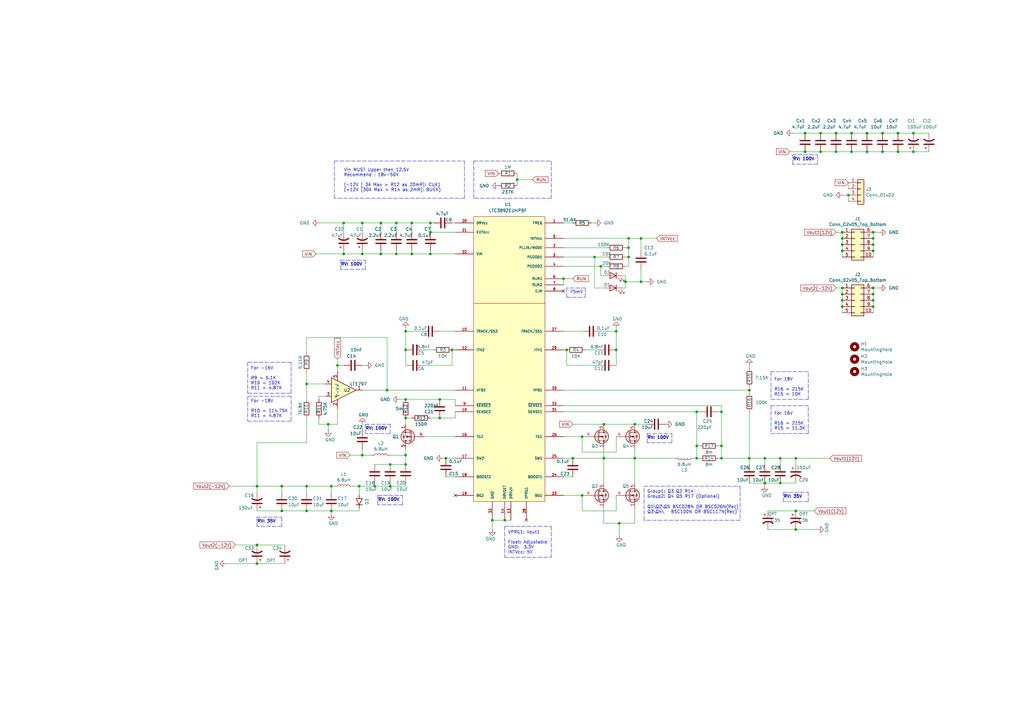
<source format=kicad_sch>
(kicad_sch (version 20210621) (generator eeschema)
  (paper "A3")
  (junction (at 105.41 199.39))
  (junction (at 105.41 223.52))
  (junction (at 105.41 231.14))
  (junction (at 115.57 199.39))
  (junction (at 115.57 209.55))
  (junction (at 125.73 157.48))
  (junction (at 125.73 199.39))
  (junction (at 125.73 209.55))
  (junction (at 134.62 173.99))
  (junction (at 135.89 199.39))
  (junction (at 135.89 209.55))
  (junction (at 138.43 149.86))
  (junction (at 140.97 91.44))
  (junction (at 140.97 104.14))
  (junction (at 147.32 199.39))
  (junction (at 148.59 91.44))
  (junction (at 148.59 104.14))
  (junction (at 148.59 186.69))
  (junction (at 153.67 199.39))
  (junction (at 156.21 91.44))
  (junction (at 156.21 104.14))
  (junction (at 158.75 160.02))
  (junction (at 160.02 190.5))
  (junction (at 160.02 199.39))
  (junction (at 162.56 91.44))
  (junction (at 162.56 104.14))
  (junction (at 166.37 135.89))
  (junction (at 166.37 143.51))
  (junction (at 166.37 163.83))
  (junction (at 166.37 171.45))
  (junction (at 166.37 186.69))
  (junction (at 166.37 190.5))
  (junction (at 168.91 91.44))
  (junction (at 168.91 104.14))
  (junction (at 176.53 91.44))
  (junction (at 176.53 95.25))
  (junction (at 176.53 104.14))
  (junction (at 180.34 163.83))
  (junction (at 180.34 171.45))
  (junction (at 182.88 187.96))
  (junction (at 185.42 143.51))
  (junction (at 201.93 213.36))
  (junction (at 207.01 213.36))
  (junction (at 212.09 73.66))
  (junction (at 231.14 114.3))
  (junction (at 232.41 143.51))
  (junction (at 234.95 187.96))
  (junction (at 238.76 179.07))
  (junction (at 238.76 203.2))
  (junction (at 243.84 105.41))
  (junction (at 246.38 109.22))
  (junction (at 247.65 173.99))
  (junction (at 247.65 187.96))
  (junction (at 252.73 135.89))
  (junction (at 252.73 143.51))
  (junction (at 254 214.63))
  (junction (at 256.54 115.57))
  (junction (at 257.81 97.79))
  (junction (at 257.81 101.6))
  (junction (at 257.81 105.41))
  (junction (at 260.35 173.99))
  (junction (at 260.35 187.96))
  (junction (at 262.89 97.79))
  (junction (at 262.89 115.57))
  (junction (at 285.75 168.91))
  (junction (at 285.75 182.88))
  (junction (at 285.75 187.96))
  (junction (at 295.91 168.91))
  (junction (at 295.91 182.88))
  (junction (at 295.91 187.96))
  (junction (at 307.34 160.02))
  (junction (at 307.34 187.96))
  (junction (at 313.69 187.96))
  (junction (at 313.69 198.12))
  (junction (at 320.04 187.96))
  (junction (at 320.04 198.12))
  (junction (at 326.39 187.96))
  (junction (at 326.39 209.55))
  (junction (at 326.39 217.17))
  (junction (at 330.2 54.61))
  (junction (at 330.2 62.23))
  (junction (at 336.55 54.61))
  (junction (at 336.55 62.23))
  (junction (at 342.9 54.61))
  (junction (at 342.9 62.23))
  (junction (at 345.44 95.25))
  (junction (at 345.44 97.79))
  (junction (at 345.44 100.33))
  (junction (at 345.44 102.87))
  (junction (at 345.44 118.11))
  (junction (at 345.44 120.65))
  (junction (at 345.44 123.19))
  (junction (at 345.44 125.73))
  (junction (at 347.98 80.01))
  (junction (at 349.25 54.61))
  (junction (at 349.25 62.23))
  (junction (at 355.6 54.61))
  (junction (at 355.6 62.23))
  (junction (at 358.14 95.25))
  (junction (at 358.14 97.79))
  (junction (at 358.14 100.33))
  (junction (at 358.14 102.87))
  (junction (at 358.14 118.11))
  (junction (at 358.14 120.65))
  (junction (at 358.14 123.19))
  (junction (at 358.14 125.73))
  (junction (at 361.95 54.61))
  (junction (at 361.95 62.23))
  (junction (at 368.3 54.61))
  (junction (at 368.3 62.23))
  (junction (at 374.65 54.61))
  (junction (at 374.65 62.23))
  (no_connect (at 186.69 203.2))
  (no_connect (at 215.9 213.36))
  (no_connect (at 231.14 119.38))
  (wire (pts (xy 92.71 231.14) (xy 105.41 231.14)))
  (wire (pts (xy 93.98 199.39) (xy 105.41 199.39)))
  (wire (pts (xy 105.41 181.61) (xy 105.41 199.39)))
  (wire (pts (xy 105.41 199.39) (xy 105.41 201.93)))
  (wire (pts (xy 105.41 199.39) (xy 115.57 199.39)))
  (wire (pts (xy 105.41 209.55) (xy 115.57 209.55)))
  (wire (pts (xy 105.41 223.52) (xy 96.52 223.52)))
  (wire (pts (xy 105.41 223.52) (xy 116.84 223.52)))
  (wire (pts (xy 105.41 231.14) (xy 116.84 231.14)))
  (wire (pts (xy 115.57 199.39) (xy 125.73 199.39)))
  (wire (pts (xy 115.57 201.93) (xy 115.57 199.39)))
  (wire (pts (xy 115.57 209.55) (xy 125.73 209.55)))
  (wire (pts (xy 125.73 138.43) (xy 125.73 144.78)))
  (wire (pts (xy 125.73 152.4) (xy 125.73 157.48)))
  (wire (pts (xy 125.73 157.48) (xy 125.73 163.83)))
  (wire (pts (xy 125.73 171.45) (xy 125.73 181.61)))
  (wire (pts (xy 125.73 181.61) (xy 105.41 181.61)))
  (wire (pts (xy 125.73 199.39) (xy 135.89 199.39)))
  (wire (pts (xy 125.73 201.93) (xy 125.73 199.39)))
  (wire (pts (xy 125.73 209.55) (xy 135.89 209.55)))
  (wire (pts (xy 129.54 104.14) (xy 140.97 104.14)))
  (wire (pts (xy 130.81 91.44) (xy 140.97 91.44)))
  (wire (pts (xy 130.81 162.56) (xy 133.35 162.56)))
  (wire (pts (xy 130.81 163.83) (xy 130.81 162.56)))
  (wire (pts (xy 130.81 171.45) (xy 130.81 173.99)))
  (wire (pts (xy 130.81 173.99) (xy 134.62 173.99)))
  (wire (pts (xy 133.35 157.48) (xy 125.73 157.48)))
  (wire (pts (xy 134.62 173.99) (xy 134.62 176.53)))
  (wire (pts (xy 135.89 199.39) (xy 135.89 201.93)))
  (wire (pts (xy 135.89 209.55) (xy 135.89 210.82)))
  (wire (pts (xy 135.89 209.55) (xy 147.32 209.55)))
  (wire (pts (xy 137.16 199.39) (xy 135.89 199.39)))
  (wire (pts (xy 138.43 149.86) (xy 138.43 147.32)))
  (wire (pts (xy 138.43 152.4) (xy 138.43 149.86)))
  (wire (pts (xy 138.43 173.99) (xy 134.62 173.99)))
  (wire (pts (xy 138.43 173.99) (xy 138.43 167.64)))
  (wire (pts (xy 140.97 91.44) (xy 148.59 91.44)))
  (wire (pts (xy 140.97 95.25) (xy 140.97 91.44)))
  (wire (pts (xy 140.97 102.87) (xy 140.97 104.14)))
  (wire (pts (xy 140.97 104.14) (xy 148.59 104.14)))
  (wire (pts (xy 140.97 149.86) (xy 138.43 149.86)))
  (wire (pts (xy 147.32 199.39) (xy 144.78 199.39)))
  (wire (pts (xy 147.32 203.2) (xy 147.32 199.39)))
  (wire (pts (xy 147.32 208.28) (xy 147.32 209.55)))
  (wire (pts (xy 148.59 91.44) (xy 156.21 91.44)))
  (wire (pts (xy 148.59 95.25) (xy 148.59 91.44)))
  (wire (pts (xy 148.59 102.87) (xy 148.59 104.14)))
  (wire (pts (xy 148.59 104.14) (xy 156.21 104.14)))
  (wire (pts (xy 148.59 149.86) (xy 149.86 149.86)))
  (wire (pts (xy 148.59 176.53) (xy 148.59 173.99)))
  (wire (pts (xy 148.59 184.15) (xy 148.59 186.69)))
  (wire (pts (xy 148.59 186.69) (xy 143.51 186.69)))
  (wire (pts (xy 152.4 186.69) (xy 148.59 186.69)))
  (wire (pts (xy 153.67 190.5) (xy 160.02 190.5)))
  (wire (pts (xy 153.67 198.12) (xy 153.67 199.39)))
  (wire (pts (xy 153.67 199.39) (xy 147.32 199.39)))
  (wire (pts (xy 156.21 91.44) (xy 162.56 91.44)))
  (wire (pts (xy 156.21 95.25) (xy 156.21 91.44)))
  (wire (pts (xy 156.21 102.87) (xy 156.21 104.14)))
  (wire (pts (xy 156.21 104.14) (xy 162.56 104.14)))
  (wire (pts (xy 158.75 138.43) (xy 125.73 138.43)))
  (wire (pts (xy 158.75 160.02) (xy 148.59 160.02)))
  (wire (pts (xy 158.75 160.02) (xy 158.75 138.43)))
  (wire (pts (xy 160.02 186.69) (xy 166.37 186.69)))
  (wire (pts (xy 160.02 190.5) (xy 166.37 190.5)))
  (wire (pts (xy 160.02 198.12) (xy 160.02 199.39)))
  (wire (pts (xy 160.02 199.39) (xy 153.67 199.39)))
  (wire (pts (xy 162.56 91.44) (xy 168.91 91.44)))
  (wire (pts (xy 162.56 95.25) (xy 162.56 91.44)))
  (wire (pts (xy 162.56 102.87) (xy 162.56 104.14)))
  (wire (pts (xy 162.56 104.14) (xy 168.91 104.14)))
  (wire (pts (xy 166.37 134.62) (xy 166.37 135.89)))
  (wire (pts (xy 166.37 135.89) (xy 172.72 135.89)))
  (wire (pts (xy 166.37 143.51) (xy 166.37 135.89)))
  (wire (pts (xy 166.37 149.86) (xy 166.37 143.51)))
  (wire (pts (xy 166.37 163.83) (xy 163.83 163.83)))
  (wire (pts (xy 166.37 171.45) (xy 166.37 173.99)))
  (wire (pts (xy 166.37 184.15) (xy 166.37 186.69)))
  (wire (pts (xy 166.37 186.69) (xy 166.37 190.5)))
  (wire (pts (xy 166.37 198.12) (xy 166.37 199.39)))
  (wire (pts (xy 166.37 199.39) (xy 160.02 199.39)))
  (wire (pts (xy 168.91 91.44) (xy 176.53 91.44)))
  (wire (pts (xy 168.91 95.25) (xy 168.91 91.44)))
  (wire (pts (xy 168.91 102.87) (xy 168.91 104.14)))
  (wire (pts (xy 168.91 104.14) (xy 176.53 104.14)))
  (wire (pts (xy 168.91 171.45) (xy 166.37 171.45)))
  (wire (pts (xy 176.53 91.44) (xy 177.8 91.44)))
  (wire (pts (xy 176.53 95.25) (xy 176.53 91.44)))
  (wire (pts (xy 176.53 95.25) (xy 186.69 95.25)))
  (wire (pts (xy 176.53 102.87) (xy 176.53 104.14)))
  (wire (pts (xy 177.8 143.51) (xy 173.99 143.51)))
  (wire (pts (xy 180.34 135.89) (xy 186.69 135.89)))
  (wire (pts (xy 180.34 163.83) (xy 166.37 163.83)))
  (wire (pts (xy 180.34 163.83) (xy 186.69 163.83)))
  (wire (pts (xy 180.34 171.45) (xy 176.53 171.45)))
  (wire (pts (xy 180.34 171.45) (xy 186.69 171.45)))
  (wire (pts (xy 181.61 187.96) (xy 182.88 187.96)))
  (wire (pts (xy 182.88 187.96) (xy 186.69 187.96)))
  (wire (pts (xy 185.42 143.51) (xy 185.42 149.86)))
  (wire (pts (xy 185.42 143.51) (xy 186.69 143.51)))
  (wire (pts (xy 185.42 149.86) (xy 173.99 149.86)))
  (wire (pts (xy 186.69 91.44) (xy 185.42 91.44)))
  (wire (pts (xy 186.69 104.14) (xy 176.53 104.14)))
  (wire (pts (xy 186.69 160.02) (xy 158.75 160.02)))
  (wire (pts (xy 186.69 163.83) (xy 186.69 166.37)))
  (wire (pts (xy 186.69 171.45) (xy 186.69 168.91)))
  (wire (pts (xy 186.69 179.07) (xy 173.99 179.07)))
  (wire (pts (xy 186.69 195.58) (xy 182.88 195.58)))
  (wire (pts (xy 201.93 213.36) (xy 201.93 217.17)))
  (wire (pts (xy 207.01 213.36) (xy 201.93 213.36)))
  (wire (pts (xy 209.55 213.36) (xy 207.01 213.36)))
  (wire (pts (xy 212.09 71.12) (xy 212.09 73.66)))
  (wire (pts (xy 212.09 73.66) (xy 212.09 76.2)))
  (wire (pts (xy 212.09 73.66) (xy 218.44 73.66)))
  (wire (pts (xy 231.14 97.79) (xy 257.81 97.79)))
  (wire (pts (xy 231.14 105.41) (xy 243.84 105.41)))
  (wire (pts (xy 231.14 109.22) (xy 246.38 109.22)))
  (wire (pts (xy 231.14 114.3) (xy 234.95 114.3)))
  (wire (pts (xy 231.14 116.84) (xy 231.14 114.3)))
  (wire (pts (xy 231.14 160.02) (xy 307.34 160.02)))
  (wire (pts (xy 231.14 166.37) (xy 295.91 166.37)))
  (wire (pts (xy 231.14 168.91) (xy 285.75 168.91)))
  (wire (pts (xy 231.14 195.58) (xy 234.95 195.58)))
  (wire (pts (xy 232.41 143.51) (xy 231.14 143.51)))
  (wire (pts (xy 232.41 143.51) (xy 232.41 149.86)))
  (wire (pts (xy 232.41 149.86) (xy 245.11 149.86)))
  (wire (pts (xy 234.95 91.44) (xy 231.14 91.44)))
  (wire (pts (xy 234.95 173.99) (xy 247.65 173.99)))
  (wire (pts (xy 234.95 187.96) (xy 231.14 187.96)))
  (wire (pts (xy 234.95 187.96) (xy 247.65 187.96)))
  (wire (pts (xy 238.76 135.89) (xy 231.14 135.89)))
  (wire (pts (xy 238.76 179.07) (xy 231.14 179.07)))
  (wire (pts (xy 238.76 185.42) (xy 238.76 179.07)))
  (wire (pts (xy 238.76 203.2) (xy 231.14 203.2)))
  (wire (pts (xy 238.76 209.55) (xy 238.76 203.2)))
  (wire (pts (xy 240.03 143.51) (xy 245.11 143.51)))
  (wire (pts (xy 240.03 179.07) (xy 238.76 179.07)))
  (wire (pts (xy 240.03 203.2) (xy 238.76 203.2)))
  (wire (pts (xy 242.57 91.44) (xy 243.84 91.44)))
  (wire (pts (xy 243.84 105.41) (xy 248.92 105.41)))
  (wire (pts (xy 243.84 118.11) (xy 243.84 105.41)))
  (wire (pts (xy 246.38 109.22) (xy 248.92 109.22)))
  (wire (pts (xy 246.38 113.03) (xy 246.38 109.22)))
  (wire (pts (xy 246.38 135.89) (xy 252.73 135.89)))
  (wire (pts (xy 247.65 113.03) (xy 246.38 113.03)))
  (wire (pts (xy 247.65 118.11) (xy 243.84 118.11)))
  (wire (pts (xy 247.65 173.99) (xy 260.35 173.99)))
  (wire (pts (xy 247.65 184.15) (xy 247.65 187.96)))
  (wire (pts (xy 247.65 187.96) (xy 247.65 198.12)))
  (wire (pts (xy 247.65 187.96) (xy 260.35 187.96)))
  (wire (pts (xy 247.65 208.28) (xy 247.65 214.63)))
  (wire (pts (xy 247.65 214.63) (xy 254 214.63)))
  (wire (pts (xy 248.92 101.6) (xy 231.14 101.6)))
  (wire (pts (xy 252.73 135.89) (xy 252.73 134.62)))
  (wire (pts (xy 252.73 143.51) (xy 252.73 135.89)))
  (wire (pts (xy 252.73 149.86) (xy 252.73 143.51)))
  (wire (pts (xy 252.73 179.07) (xy 252.73 185.42)))
  (wire (pts (xy 252.73 185.42) (xy 238.76 185.42)))
  (wire (pts (xy 252.73 203.2) (xy 252.73 209.55)))
  (wire (pts (xy 252.73 209.55) (xy 238.76 209.55)))
  (wire (pts (xy 254 214.63) (xy 260.35 214.63)))
  (wire (pts (xy 254 219.71) (xy 254 214.63)))
  (wire (pts (xy 255.27 113.03) (xy 256.54 113.03)))
  (wire (pts (xy 256.54 105.41) (xy 257.81 105.41)))
  (wire (pts (xy 256.54 109.22) (xy 257.81 109.22)))
  (wire (pts (xy 256.54 113.03) (xy 256.54 115.57)))
  (wire (pts (xy 256.54 115.57) (xy 256.54 118.11)))
  (wire (pts (xy 256.54 115.57) (xy 262.89 115.57)))
  (wire (pts (xy 256.54 118.11) (xy 255.27 118.11)))
  (wire (pts (xy 257.81 97.79) (xy 257.81 101.6)))
  (wire (pts (xy 257.81 97.79) (xy 262.89 97.79)))
  (wire (pts (xy 257.81 101.6) (xy 256.54 101.6)))
  (wire (pts (xy 257.81 101.6) (xy 257.81 105.41)))
  (wire (pts (xy 257.81 105.41) (xy 257.81 109.22)))
  (wire (pts (xy 260.35 173.99) (xy 265.43 173.99)))
  (wire (pts (xy 260.35 184.15) (xy 260.35 187.96)))
  (wire (pts (xy 260.35 187.96) (xy 260.35 198.12)))
  (wire (pts (xy 260.35 187.96) (xy 276.86 187.96)))
  (wire (pts (xy 260.35 208.28) (xy 260.35 214.63)))
  (wire (pts (xy 262.89 97.79) (xy 262.89 102.87)))
  (wire (pts (xy 262.89 97.79) (xy 269.24 97.79)))
  (wire (pts (xy 262.89 110.49) (xy 262.89 115.57)))
  (wire (pts (xy 262.89 115.57) (xy 265.43 115.57)))
  (wire (pts (xy 285.75 168.91) (xy 285.75 182.88)))
  (wire (pts (xy 285.75 182.88) (xy 285.75 187.96)))
  (wire (pts (xy 285.75 187.96) (xy 284.48 187.96)))
  (wire (pts (xy 287.02 168.91) (xy 285.75 168.91)))
  (wire (pts (xy 287.02 182.88) (xy 285.75 182.88)))
  (wire (pts (xy 287.02 187.96) (xy 285.75 187.96)))
  (wire (pts (xy 294.64 168.91) (xy 295.91 168.91)))
  (wire (pts (xy 294.64 182.88) (xy 295.91 182.88)))
  (wire (pts (xy 294.64 187.96) (xy 295.91 187.96)))
  (wire (pts (xy 295.91 166.37) (xy 295.91 168.91)))
  (wire (pts (xy 295.91 168.91) (xy 295.91 182.88)))
  (wire (pts (xy 295.91 182.88) (xy 295.91 187.96)))
  (wire (pts (xy 295.91 187.96) (xy 307.34 187.96)))
  (wire (pts (xy 307.34 151.13) (xy 307.34 149.86)))
  (wire (pts (xy 307.34 160.02) (xy 307.34 158.75)))
  (wire (pts (xy 307.34 160.02) (xy 307.34 161.29)))
  (wire (pts (xy 307.34 168.91) (xy 307.34 187.96)))
  (wire (pts (xy 307.34 187.96) (xy 313.69 187.96)))
  (wire (pts (xy 307.34 190.5) (xy 307.34 187.96)))
  (wire (pts (xy 307.34 198.12) (xy 313.69 198.12)))
  (wire (pts (xy 313.69 187.96) (xy 320.04 187.96)))
  (wire (pts (xy 313.69 190.5) (xy 313.69 187.96)))
  (wire (pts (xy 313.69 198.12) (xy 313.69 199.39)))
  (wire (pts (xy 313.69 198.12) (xy 320.04 198.12)))
  (wire (pts (xy 320.04 187.96) (xy 326.39 187.96)))
  (wire (pts (xy 320.04 190.5) (xy 320.04 187.96)))
  (wire (pts (xy 323.85 62.23) (xy 330.2 62.23)))
  (wire (pts (xy 325.12 54.61) (xy 330.2 54.61)))
  (wire (pts (xy 326.39 187.96) (xy 340.36 187.96)))
  (wire (pts (xy 326.39 190.5) (xy 326.39 187.96)))
  (wire (pts (xy 326.39 198.12) (xy 320.04 198.12)))
  (wire (pts (xy 326.39 209.55) (xy 314.96 209.55)))
  (wire (pts (xy 326.39 217.17) (xy 314.96 217.17)))
  (wire (pts (xy 326.39 217.17) (xy 335.28 217.17)))
  (wire (pts (xy 330.2 54.61) (xy 336.55 54.61)))
  (wire (pts (xy 334.01 209.55) (xy 326.39 209.55)))
  (wire (pts (xy 336.55 54.61) (xy 342.9 54.61)))
  (wire (pts (xy 336.55 62.23) (xy 330.2 62.23)))
  (wire (pts (xy 342.9 54.61) (xy 349.25 54.61)))
  (wire (pts (xy 342.9 62.23) (xy 336.55 62.23)))
  (wire (pts (xy 342.9 118.11) (xy 345.44 118.11)))
  (wire (pts (xy 345.44 95.25) (xy 342.9 95.25)))
  (wire (pts (xy 345.44 95.25) (xy 345.44 97.79)))
  (wire (pts (xy 345.44 97.79) (xy 345.44 100.33)))
  (wire (pts (xy 345.44 100.33) (xy 345.44 102.87)))
  (wire (pts (xy 345.44 102.87) (xy 345.44 105.41)))
  (wire (pts (xy 345.44 118.11) (xy 345.44 120.65)))
  (wire (pts (xy 345.44 120.65) (xy 345.44 123.19)))
  (wire (pts (xy 345.44 123.19) (xy 345.44 125.73)))
  (wire (pts (xy 345.44 125.73) (xy 345.44 128.27)))
  (wire (pts (xy 347.98 74.93) (xy 347.98 77.47)))
  (wire (pts (xy 347.98 80.01) (xy 345.44 80.01)))
  (wire (pts (xy 347.98 80.01) (xy 347.98 82.55)))
  (wire (pts (xy 349.25 54.61) (xy 355.6 54.61)))
  (wire (pts (xy 349.25 62.23) (xy 342.9 62.23)))
  (wire (pts (xy 349.25 62.23) (xy 355.6 62.23)))
  (wire (pts (xy 355.6 54.61) (xy 361.95 54.61)))
  (wire (pts (xy 355.6 62.23) (xy 361.95 62.23)))
  (wire (pts (xy 358.14 95.25) (xy 358.14 97.79)))
  (wire (pts (xy 358.14 95.25) (xy 360.68 95.25)))
  (wire (pts (xy 358.14 97.79) (xy 358.14 100.33)))
  (wire (pts (xy 358.14 100.33) (xy 358.14 102.87)))
  (wire (pts (xy 358.14 102.87) (xy 358.14 105.41)))
  (wire (pts (xy 358.14 118.11) (xy 358.14 120.65)))
  (wire (pts (xy 358.14 118.11) (xy 360.68 118.11)))
  (wire (pts (xy 358.14 120.65) (xy 358.14 123.19)))
  (wire (pts (xy 358.14 123.19) (xy 358.14 125.73)))
  (wire (pts (xy 358.14 125.73) (xy 358.14 128.27)))
  (wire (pts (xy 361.95 54.61) (xy 368.3 54.61)))
  (wire (pts (xy 361.95 62.23) (xy 368.3 62.23)))
  (wire (pts (xy 368.3 54.61) (xy 374.65 54.61)))
  (wire (pts (xy 368.3 62.23) (xy 374.65 62.23)))
  (wire (pts (xy 374.65 54.61) (xy 381 54.61)))
  (wire (pts (xy 381 62.23) (xy 374.65 62.23)))
  (polyline (pts (xy 101.6 148.59) (xy 101.6 161.29)))
  (polyline (pts (xy 101.6 161.29) (xy 119.38 161.29)))
  (polyline (pts (xy 101.6 162.56) (xy 101.6 172.72)))
  (polyline (pts (xy 101.6 172.72) (xy 119.38 172.72)))
  (polyline (pts (xy 105.41 212.09) (xy 115.57 212.09)))
  (polyline (pts (xy 105.41 215.9) (xy 105.41 212.09)))
  (polyline (pts (xy 115.57 212.09) (xy 115.57 215.9)))
  (polyline (pts (xy 115.57 215.9) (xy 105.41 215.9)))
  (polyline (pts (xy 119.38 148.59) (xy 101.6 148.59)))
  (polyline (pts (xy 119.38 161.29) (xy 119.38 148.59)))
  (polyline (pts (xy 119.38 162.56) (xy 101.6 162.56)))
  (polyline (pts (xy 119.38 172.72) (xy 119.38 162.56)))
  (polyline (pts (xy 137.16 66.04) (xy 190.5 66.04)))
  (polyline (pts (xy 137.16 81.28) (xy 137.16 66.04)))
  (polyline (pts (xy 139.7 106.68) (xy 149.86 106.68)))
  (polyline (pts (xy 139.7 110.49) (xy 139.7 106.68)))
  (polyline (pts (xy 149.86 106.68) (xy 149.86 110.49)))
  (polyline (pts (xy 149.86 110.49) (xy 139.7 110.49)))
  (polyline (pts (xy 149.86 173.99) (xy 160.02 173.99)))
  (polyline (pts (xy 149.86 177.8) (xy 149.86 173.99)))
  (polyline (pts (xy 154.94 203.2) (xy 165.1 203.2)))
  (polyline (pts (xy 154.94 207.01) (xy 154.94 203.2)))
  (polyline (pts (xy 160.02 173.99) (xy 160.02 177.8)))
  (polyline (pts (xy 160.02 177.8) (xy 149.86 177.8)))
  (polyline (pts (xy 165.1 203.2) (xy 165.1 207.01)))
  (polyline (pts (xy 165.1 207.01) (xy 154.94 207.01)))
  (polyline (pts (xy 190.5 66.04) (xy 190.5 81.28)))
  (polyline (pts (xy 190.5 81.28) (xy 137.16 81.28)))
  (polyline (pts (xy 194.31 66.04) (xy 226.06 66.04)))
  (polyline (pts (xy 194.31 81.28) (xy 194.31 66.04)))
  (polyline (pts (xy 207.01 215.9) (xy 207.01 228.6)))
  (polyline (pts (xy 207.01 215.9) (xy 226.06 215.9)))
  (polyline (pts (xy 207.01 228.6) (xy 226.06 228.6)))
  (polyline (pts (xy 226.06 66.04) (xy 226.06 81.28)))
  (polyline (pts (xy 226.06 81.28) (xy 194.31 81.28)))
  (polyline (pts (xy 226.06 215.9) (xy 226.06 228.6)))
  (polyline (pts (xy 232.41 118.11) (xy 232.41 121.92)))
  (polyline (pts (xy 232.41 121.92) (xy 240.03 121.92)))
  (polyline (pts (xy 240.03 118.11) (xy 232.41 118.11)))
  (polyline (pts (xy 240.03 121.92) (xy 240.03 118.11)))
  (polyline (pts (xy 264.16 199.39) (xy 303.53 199.39)))
  (polyline (pts (xy 264.16 213.36) (xy 264.16 199.39)))
  (polyline (pts (xy 265.43 177.8) (xy 275.59 177.8)))
  (polyline (pts (xy 265.43 181.61) (xy 265.43 177.8)))
  (polyline (pts (xy 275.59 177.8) (xy 275.59 181.61)))
  (polyline (pts (xy 275.59 181.61) (xy 265.43 181.61)))
  (polyline (pts (xy 303.53 199.39) (xy 303.53 213.36)))
  (polyline (pts (xy 303.53 213.36) (xy 264.16 213.36)))
  (polyline (pts (xy 316.23 152.4) (xy 316.23 163.83)))
  (polyline (pts (xy 316.23 163.83) (xy 331.47 163.83)))
  (polyline (pts (xy 316.23 166.37) (xy 316.23 177.8)))
  (polyline (pts (xy 316.23 177.8) (xy 331.47 177.8)))
  (polyline (pts (xy 321.31 201.93) (xy 331.47 201.93)))
  (polyline (pts (xy 321.31 205.74) (xy 321.31 201.93)))
  (polyline (pts (xy 325.12 63.5) (xy 335.28 63.5)))
  (polyline (pts (xy 325.12 67.31) (xy 325.12 63.5)))
  (polyline (pts (xy 331.47 152.4) (xy 316.23 152.4)))
  (polyline (pts (xy 331.47 163.83) (xy 331.47 152.4)))
  (polyline (pts (xy 331.47 166.37) (xy 316.23 166.37)))
  (polyline (pts (xy 331.47 177.8) (xy 331.47 166.37)))
  (polyline (pts (xy 331.47 201.93) (xy 331.47 205.74)))
  (polyline (pts (xy 331.47 205.74) (xy 321.31 205.74)))
  (polyline (pts (xy 335.28 63.5) (xy 335.28 67.31)))
  (polyline (pts (xy 335.28 67.31) (xy 325.12 67.31)))
  (text "For -16V\n\nR9 = 5.1K\nR10 = 102K\nR11 = 4.87K" (at 102.87 160.02 0) (effects (font (size 1.27 1.27)) (justify left bottom)))
  (text "For -18V\n\nR10 = 114.75K\nR11 = 4.87K" (at 102.87 171.45 0) (effects (font (size 1.27 1.27)) (justify left bottom)))
  (text "RV: 35V" (at 105.41 214.63 0) (effects (font (size 1.27 1.27) (thickness 0.254) bold) (justify left bottom)))
  (text "RV: 100V" (at 139.7 109.22 0) (effects (font (size 1.27 1.27) (thickness 0.254) bold) (justify left bottom)))
  (text "Vin MUST Upper then 12.5V\nRecommend : 18v-50V\n\n(-12V [ 3A Max > R12 as 20mR]: CUK)\n(+12V [30A Max > R14 as 2mR]: BUCK)" (at 140.97 78.74 0) (effects (font (size 1.27 1.27)) (justify left bottom)))
  (text "RV: 100V" (at 149.86 176.53 0) (effects (font (size 1.27 1.27) (thickness 0.254) bold) (justify left bottom)))
  (text "RV: 100V" (at 154.94 205.74 0) (effects (font (size 1.27 1.27) (thickness 0.254) bold) (justify left bottom)))
  (text "VPRG1: Vout1\n\nFloat: Adjustable\nGND:  3.3V\nINTVcc: 5V" (at 208.28 227.33 0) (effects (font (size 1.27 1.27)) (justify left bottom)))
  (text "75mV" (at 233.68 120.65 0) (effects (font (size 1.27 1.27)) (justify left bottom)))
  (text "RV: 100V" (at 265.43 180.34 0) (effects (font (size 1.27 1.27) (thickness 0.254) bold) (justify left bottom)))
  (text "Group1: Q3 Q2 R14\nGroup2: Q4 Q5 R17 (Optional)" (at 265.43 204.47 0) (effects (font (size 1.27 1.27)) (justify left bottom)))
  (text "Q1\\Q2\\Q5 BSC028N OR BSC026N(Rec)\nQ3\\Q4\\   BSC100N OR BSC117N(Rec)" (at 265.43 210.82 0) (effects (font (size 1.27 1.27)) (justify left bottom)))
  (text "For 18V\n\nR16 = 215K\nR15 = 10K" (at 317.5 162.56 0) (effects (font (size 1.27 1.27)) (justify left bottom)))
  (text "For 16V\n\nR16 = 215K\nR15 = 11.3K" (at 317.5 176.53 0) (effects (font (size 1.27 1.27)) (justify left bottom)))
  (text "RV: 35V" (at 321.31 204.47 0) (effects (font (size 1.27 1.27) (thickness 0.254) bold) (justify left bottom)))
  (text "RV: 100V" (at 325.12 66.04 0) (effects (font (size 1.27 1.27) (thickness 0.254) bold) (justify left bottom)))
  (global_label "Vout2(-12V)" (shape input) (at 93.98 199.39 180) (property "Intersheet References" "${INTERSHEET_REFS}" (effects hide)))
  (global_label "Vout2(-12V)" (shape input) (at 96.52 223.52 180) (property "Intersheet References" "${INTERSHEET_REFS}" (effects hide)))
  (global_label "VIN" (shape input) (at 129.54 104.14 180) (property "Intersheet References" "${INTERSHEET_REFS}" (effects hide)))
  (global_label "INTVcc" (shape input) (at 138.43 147.32 90) (property "Intersheet References" "${INTERSHEET_REFS}" (effects hide)))
  (global_label "VIN" (shape input) (at 143.51 186.69 180) (property "Intersheet References" "${INTERSHEET_REFS}" (effects hide)))
  (global_label "VIN" (shape input) (at 204.47 71.12 180) (property "Intersheet References" "${INTERSHEET_REFS}" (effects hide)))
  (global_label "RUN" (shape input) (at 218.44 73.66 0) (property "Intersheet References" "${INTERSHEET_REFS}" (effects hide)))
  (global_label "RUN" (shape input) (at 234.95 114.3 0) (property "Intersheet References" "${INTERSHEET_REFS}" (effects hide)))
  (global_label "VIN" (shape input) (at 234.95 173.99 180) (property "Intersheet References" "${INTERSHEET_REFS}" (effects hide)))
  (global_label "INTVcc" (shape input) (at 269.24 97.79 0) (property "Intersheet References" "${INTERSHEET_REFS}" (effects hide)))
  (global_label "VIN" (shape input) (at 323.85 62.23 180) (property "Intersheet References" "${INTERSHEET_REFS}" (effects hide)))
  (global_label "Vout1(12V)" (shape input) (at 334.01 209.55 0) (property "Intersheet References" "${INTERSHEET_REFS}" (effects hide)))
  (global_label "Vout1(12V)" (shape input) (at 340.36 187.96 0) (property "Intersheet References" "${INTERSHEET_REFS}" (effects hide)))
  (global_label "Vout1(12V)" (shape input) (at 342.9 95.25 180) (property "Intersheet References" "${INTERSHEET_REFS}" (effects hide)))
  (global_label "Vout2(-12V)" (shape input) (at 342.9 118.11 180) (property "Intersheet References" "${INTERSHEET_REFS}" (effects hide)))
  (global_label "VIN" (shape input) (at 347.98 74.93 180) (property "Intersheet References" "${INTERSHEET_REFS}" (effects hide)))
  (symbol (lib_id "power:GND") (at 92.71 231.14 270) (mirror x) (unit 1)
    (property "Reference" "#PWR0101" (effects hide))
    (property "Value" "GND" (at 88.9 229.87 0) (effects (justify right)))
  )
  (symbol (lib_id "power:GND") (at 130.81 91.44 270) (mirror x) (unit 1)
    (property "Reference" "#PWR01" (effects hide))
    (property "Value" "GND" (at 127 91.44 90) (effects (justify right)))
  )
  (symbol (lib_id "power:GND") (at 134.62 176.53 0) (mirror y) (unit 1)
    (property "Reference" "#PWR010" (effects hide))
    (property "Value" "GND" (at 133.35 180.34 0) (effects (justify right)))
  )
  (symbol (lib_id "power:GND") (at 135.89 210.82 0) (mirror y) (unit 1)
    (property "Reference" "#PWR02" (effects hide))
    (property "Value" "GND" (at 134.62 214.63 0) (effects (justify right)))
  )
  (symbol (lib_id "power:GND") (at 148.59 173.99 0) (mirror x) (unit 1)
    (property "Reference" "#PWR013" (effects hide))
    (property "Value" "GND" (at 151.13 170.18 0) (effects (justify right)))
  )
  (symbol (lib_id "power:GND") (at 149.86 149.86 90) (mirror x) (unit 1)
    (property "Reference" "#PWR011" (effects hide))
    (property "Value" "GND" (at 153.67 149.86 90) (effects (justify right)))
  )
  (symbol (lib_id "power:GND") (at 163.83 163.83 270) (mirror x) (unit 1)
    (property "Reference" "#PWR03" (effects hide))
    (property "Value" "GND" (at 160.02 163.83 90) (effects (justify right)))
  )
  (symbol (lib_id "power:GND") (at 166.37 134.62 0) (mirror x) (unit 1)
    (property "Reference" "#PWR05" (effects hide))
    (property "Value" "GND" (at 167.64 130.81 0) (effects (justify right)))
  )
  (symbol (lib_id "power:GND") (at 181.61 187.96 270) (mirror x) (unit 1)
    (property "Reference" "#PWR012" (effects hide))
    (property "Value" "GND" (at 177.8 187.96 90) (effects (justify right)))
  )
  (symbol (lib_id "power:GND") (at 201.93 217.17 0) (unit 1)
    (property "Reference" "#PWR06" (effects hide))
    (property "Value" "GND" (at 203.2 220.98 0) (effects (justify right)))
  )
  (symbol (lib_id "power:GND") (at 204.47 76.2 270) (unit 1)
    (property "Reference" "#PWR04" (effects hide))
    (property "Value" "GND" (at 200.66 76.2 90) (effects (justify right)))
  )
  (symbol (lib_id "power:GND") (at 243.84 91.44 90) (mirror x) (unit 1)
    (property "Reference" "#PWR07" (effects hide))
    (property "Value" "GND" (at 247.65 91.44 90) (effects (justify right)))
  )
  (symbol (lib_id "power:GND") (at 252.73 134.62 0) (mirror x) (unit 1)
    (property "Reference" "#PWR08" (effects hide))
    (property "Value" "GND" (at 255.27 130.81 0) (effects (justify right)))
  )
  (symbol (lib_id "power:GND") (at 254 219.71 0) (mirror y) (unit 1)
    (property "Reference" "#PWR015" (effects hide))
    (property "Value" "GND" (at 252.73 223.52 0) (effects (justify right)))
  )
  (symbol (lib_id "power:GND") (at 265.43 115.57 90) (mirror x) (unit 1)
    (property "Reference" "#PWR09" (effects hide))
    (property "Value" "GND" (at 269.24 115.57 90) (effects (justify right)))
  )
  (symbol (lib_id "power:GND") (at 273.05 173.99 90) (mirror x) (unit 1)
    (property "Reference" "#PWR014" (effects hide))
    (property "Value" "GND" (at 276.86 173.99 90) (effects (justify right)))
  )
  (symbol (lib_id "power:GND") (at 307.34 149.86 0) (mirror x) (unit 1)
    (property "Reference" "#PWR016" (effects hide))
    (property "Value" "GND" (at 309.88 146.05 0) (effects (justify right)))
  )
  (symbol (lib_id "power:GND") (at 313.69 199.39 0) (mirror y) (unit 1)
    (property "Reference" "#PWR017" (effects hide))
    (property "Value" "GND" (at 312.42 203.2 0) (effects (justify right)))
  )
  (symbol (lib_id "power:GND") (at 325.12 54.61 270) (mirror x) (unit 1)
    (property "Reference" "#PWR021" (effects hide))
    (property "Value" "GND" (at 321.31 54.61 90) (effects (justify right)))
  )
  (symbol (lib_id "power:GND") (at 335.28 217.17 90) (mirror x) (unit 1)
    (property "Reference" "#PWR0102" (effects hide))
    (property "Value" "GND" (at 339.09 218.44 0) (effects (justify right)))
  )
  (symbol (lib_id "power:GND") (at 345.44 80.01 270) (mirror x) (unit 1)
    (property "Reference" "#PWR018" (effects hide))
    (property "Value" "GND" (at 341.63 80.01 90) (effects (justify right)))
  )
  (symbol (lib_id "power:GND") (at 360.68 95.25 90) (mirror x) (unit 1)
    (property "Reference" "#PWR019" (effects hide))
    (property "Value" "GND" (at 364.49 95.25 90) (effects (justify right)))
  )
  (symbol (lib_id "power:GND") (at 360.68 118.11 90) (mirror x) (unit 1)
    (property "Reference" "#PWR020" (effects hide))
    (property "Value" "GND" (at 364.49 118.11 90) (effects (justify right)))
  )
  (symbol (lib_id "Device:L") (at 140.97 199.39 90) (unit 1)
    (property "Reference" "L1" (at 140.97 194.564 90))
    (property "Value" "6.8uH" (at 140.97 196.8754 90))
    (property "Footprint" "Inductor_SMD:L_Wuerth_HCM-1350" (effects hide))
  )
  (symbol (lib_id "Device:L") (at 156.21 186.69 90) (unit 1)
    (property "Reference" "L2" (at 156.21 181.864 90))
    (property "Value" "6.8uH" (at 156.21 184.1754 90))
    (property "Footprint" "Inductor_SMD:L_Wuerth_HCM-1350" (effects hide))
  )
  (symbol (lib_id "Device:L") (at 280.67 187.96 90) (mirror x) (unit 1)
    (property "Reference" "L3" (at 280.67 192.786 90))
    (property "Value" "6.8uH" (at 280.67 190.4746 90))
    (property "Footprint" "Inductor_SMD:L_Wuerth_HCM-1350" (effects hide))
  )
  (symbol (lib_id "Mechanical:MountingHole") (at 350.52 142.24 0) (unit 1)
    (property "Reference" "H1" (at 353.06 141.0716 0) (effects (justify left)))
    (property "Value" "MountingHole" (at 353.06 143.383 0) (effects (justify left)))
    (property "Footprint" "MountingHole:MountingHole_2.2mm_M2" (effects hide))
  )
  (symbol (lib_id "Mechanical:MountingHole") (at 350.52 147.32 0) (unit 1)
    (property "Reference" "H2" (at 353.06 146.1516 0) (effects (justify left)))
    (property "Value" "MountingHole" (at 353.06 148.463 0) (effects (justify left)))
    (property "Footprint" "MountingHole:MountingHole_2.2mm_M2" (effects hide))
  )
  (symbol (lib_id "Mechanical:MountingHole") (at 350.52 152.4 0) (unit 1)
    (property "Reference" "H3" (at 353.06 151.2316 0) (effects (justify left)))
    (property "Value" "MountingHole" (at 353.06 153.543 0) (effects (justify left)))
    (property "Footprint" "MountingHole:MountingHole_2.2mm_M2" (effects hide))
  )
  (symbol (lib_id "SBR8U60P5-13:SBR8U60P5-13") (at 147.32 205.74 270) (unit 1)
    (property "Reference" "D3" (at 150.495 205.74 0))
    (property "Value" "SBR8U60P5-13" (effects hide))
    (property "Footprint" "DIO_PDS360-13" (effects hide))
    (property "MPN" "SBR8U60P5-13" (effects hide))
  )
  (symbol (lib_id "Device:R") (at 125.73 148.59 0) (mirror y) (unit 1)
    (property "Reference" "R9" (at 125.73 148.59 90))
    (property "Value" "5.11K" (at 123.19 148.59 90))
    (property "Footprint" "Resistor_SMD:R_0402_1005Metric" (effects hide))
  )
  (symbol (lib_id "Device:R") (at 125.73 167.64 0) (mirror y) (unit 1)
    (property "Reference" "R10" (at 125.73 167.64 90))
    (property "Value" "76.8K" (at 123.19 167.64 90))
    (property "Footprint" "Resistor_SMD:R_0402_1005Metric" (effects hide))
  )
  (symbol (lib_id "Device:R") (at 130.81 167.64 0) (unit 1)
    (property "Reference" "R11" (at 130.81 167.64 90))
    (property "Value" "4.75K" (at 133.35 167.64 90))
    (property "Footprint" "Resistor_SMD:R_0402_1005Metric" (effects hide))
  )
  (symbol (lib_id "Device:R") (at 166.37 167.64 0) (mirror x) (unit 1)
    (property "Reference" "R12" (at 166.37 167.64 90))
    (property "Value" "5m" (at 163.83 167.64 0))
    (property "Footprint" "Resistor_SMD:R_2512_6332Metric" (effects hide))
  )
  (symbol (lib_id "Device:R") (at 172.72 171.45 90) (mirror x) (unit 1)
    (property "Reference" "R13" (at 172.72 171.45 90))
    (property "Value" "150R" (at 172.72 173.99 90))
    (property "Footprint" "Resistor_SMD:R_0402_1005Metric" (effects hide))
  )
  (symbol (lib_id "Device:R") (at 181.61 143.51 90) (mirror x) (unit 1)
    (property "Reference" "R3" (at 181.61 143.51 90))
    (property "Value" "10K" (at 181.61 146.05 90))
    (property "Footprint" "Resistor_SMD:R_0402_1005Metric" (effects hide))
  )
  (symbol (lib_id "Device:R") (at 208.28 71.12 270) (mirror x) (unit 1)
    (property "Reference" "R1" (at 208.28 71.12 90))
    (property "Value" "1M" (at 208.28 68.58 90))
    (property "Footprint" "Resistor_SMD:R_0402_1005Metric" (effects hide))
  )
  (symbol (lib_id "Device:R") (at 208.28 76.2 90) (mirror x) (unit 1)
    (property "Reference" "R2" (at 208.28 76.2 90))
    (property "Value" "237K" (at 208.28 78.74 90))
    (property "Footprint" "Resistor_SMD:R_0402_1005Metric" (effects hide))
  )
  (symbol (lib_id "Device:R") (at 236.22 143.51 90) (mirror x) (unit 1)
    (property "Reference" "R4" (at 236.22 143.51 90))
    (property "Value" "10K" (at 236.22 146.05 90))
    (property "Footprint" "Resistor_SMD:R_0402_1005Metric" (effects hide))
  )
  (symbol (lib_id "Device:R") (at 238.76 91.44 90) (mirror x) (unit 1)
    (property "Reference" "R5" (at 238.76 91.44 90))
    (property "Value" "31.6K" (at 233.68 90.17 90))
    (property "Footprint" "Resistor_SMD:R_0402_1005Metric" (effects hide))
  )
  (symbol (lib_id "Device:R") (at 252.73 101.6 90) (mirror x) (unit 1)
    (property "Reference" "R6" (at 252.73 101.6 90))
    (property "Value" "100K" (at 247.65 100.33 90))
    (property "Footprint" "Resistor_SMD:R_0402_1005Metric" (effects hide))
  )
  (symbol (lib_id "Device:R") (at 252.73 105.41 270) (mirror x) (unit 1)
    (property "Reference" "R7" (at 252.73 105.41 90))
    (property "Value" "10K" (at 248.92 104.14 90))
    (property "Footprint" "Resistor_SMD:R_0402_1005Metric" (effects hide))
  )
  (symbol (lib_id "Device:R") (at 252.73 109.22 270) (mirror x) (unit 1)
    (property "Reference" "R8" (at 252.73 109.22 90))
    (property "Value" "20K" (at 248.92 107.95 90))
    (property "Footprint" "Resistor_SMD:R_0402_1005Metric" (effects hide))
  )
  (symbol (lib_id "Device:R") (at 290.83 182.88 270) (mirror x) (unit 1)
    (property "Reference" "R17" (at 290.83 182.88 90))
    (property "Value" "8m" (at 290.83 185.42 90))
    (property "Footprint" "Resistor_SMD:R_2512_6332Metric" (effects hide))
  )
  (symbol (lib_id "Device:R") (at 290.83 187.96 270) (mirror x) (unit 1)
    (property "Reference" "R14" (at 290.83 187.96 90))
    (property "Value" "8m" (at 290.83 190.5 90))
    (property "Footprint" "Resistor_SMD:R_2512_6332Metric" (effects hide))
  )
  (symbol (lib_id "Device:R") (at 307.34 154.94 0) (mirror y) (unit 1)
    (property "Reference" "R15" (at 307.34 154.94 90))
    (property "Value" "7.15K" (at 312.42 154.94 0))
    (property "Footprint" "Resistor_SMD:R_0402_1005Metric" (effects hide))
  )
  (symbol (lib_id "Device:R") (at 307.34 165.1 0) (mirror y) (unit 1)
    (property "Reference" "R16" (at 307.34 165.1 90))
    (property "Value" "100K" (at 312.42 165.1 0))
    (property "Footprint" "Resistor_SMD:R_0402_1005Metric" (effects hide))
  )
  (symbol (lib_id "Device:LED") (at 251.46 113.03 0) (mirror y) (unit 1)
    (property "Reference" "D2" (at 248.92 111.76 0))
    (property "Value" "LED" (effects hide))
    (property "Footprint" "LED_SMD:LED_0402_1005Metric" (effects hide))
  )
  (symbol (lib_id "Device:LED") (at 251.46 118.11 0) (mirror y) (unit 1)
    (property "Reference" "D1" (at 248.92 116.84 0))
    (property "Value" "LED" (effects hide))
    (property "Footprint" "LED_SMD:LED_0402_1005Metric" (effects hide))
  )
  (symbol (lib_id "Device:C") (at 115.57 205.74 0) (mirror x) (unit 1)
    (property "Reference" "C30" (at 118.11 204.47 0) (effects (justify left)))
    (property "Value" "10uF" (at 118.11 207.01 0) (effects (justify left)))
    (property "Footprint" "Capacitor_SMD:C_1206_3216Metric" (effects hide))
  )
  (symbol (lib_id "Device:C") (at 125.73 205.74 0) (mirror x) (unit 1)
    (property "Reference" "C31" (at 128.27 204.47 0) (effects (justify left)))
    (property "Value" "10uF" (at 128.27 207.01 0) (effects (justify left)))
    (property "Footprint" "Capacitor_SMD:C_1206_3216Metric" (effects hide))
  )
  (symbol (lib_id "Device:C") (at 135.89 205.74 0) (mirror x) (unit 1)
    (property "Reference" "C17" (at 138.43 204.47 0) (effects (justify left)))
    (property "Value" "10uF" (at 138.43 207.01 0) (effects (justify left)))
    (property "Footprint" "Capacitor_SMD:C_1206_3216Metric" (effects hide))
  )
  (symbol (lib_id "Device:C") (at 144.78 149.86 90) (unit 1)
    (property "Reference" "C14" (at 146.05 146.05 90) (effects (justify left)))
    (property "Value" "10nF" (at 148.59 143.51 90) (effects (justify left)))
    (property "Footprint" "Capacitor_SMD:C_0402_1005Metric" (effects hide))
  )
  (symbol (lib_id "Device:C") (at 148.59 180.34 0) (mirror x) (unit 1)
    (property "Reference" "C22" (at 144.78 175.26 0) (effects (justify left)))
    (property "Value" "10uF" (at 143.51 177.8 0) (effects (justify left)))
    (property "Footprint" "Capacitor_SMD:C_1206_3216Metric" (effects hide))
  )
  (symbol (lib_id "Device:C") (at 153.67 194.31 0) (mirror x) (unit 1)
    (property "Reference" "C18" (at 149.86 198.12 0) (effects (justify left)))
    (property "Value" "10uF" (at 149.86 200.66 0) (effects (justify left)))
    (property "Footprint" "Capacitor_SMD:C_1206_3216Metric" (effects hide))
  )
  (symbol (lib_id "Device:C") (at 156.21 99.06 0) (mirror x) (unit 1)
    (property "Reference" "C2" (at 153.67 93.98 0) (effects (justify left)))
    (property "Value" "2.2uF" (at 151.13 96.52 0) (effects (justify left)))
    (property "Footprint" "Capacitor_SMD:C_1206_3216Metric" (effects hide))
  )
  (symbol (lib_id "Device:C") (at 160.02 194.31 0) (mirror x) (unit 1)
    (property "Reference" "C19" (at 156.21 198.12 0) (effects (justify left)))
    (property "Value" "10uF" (at 156.21 200.66 0) (effects (justify left)))
    (property "Footprint" "Capacitor_SMD:C_1206_3216Metric" (effects hide))
  )
  (symbol (lib_id "Device:C") (at 162.56 99.06 0) (mirror x) (unit 1)
    (property "Reference" "C3" (at 160.02 93.98 0) (effects (justify left)))
    (property "Value" "2.2uF" (at 157.48 96.52 0) (effects (justify left)))
    (property "Footprint" "Capacitor_SMD:C_1206_3216Metric" (effects hide))
  )
  (symbol (lib_id "Device:C") (at 166.37 194.31 0) (mirror x) (unit 1)
    (property "Reference" "C20" (at 162.56 198.12 0) (effects (justify left)))
    (property "Value" "10uF" (at 162.56 200.66 0) (effects (justify left)))
    (property "Footprint" "Capacitor_SMD:C_1206_3216Metric" (effects hide))
  )
  (symbol (lib_id "Device:C") (at 168.91 99.06 0) (mirror x) (unit 1)
    (property "Reference" "C4" (at 166.37 93.98 0) (effects (justify left)))
    (property "Value" "4.7uF" (at 163.83 96.52 0) (effects (justify left)))
    (property "Footprint" "Capacitor_SMD:C_1206_3216Metric" (effects hide))
  )
  (symbol (lib_id "Device:C") (at 170.18 143.51 90) (unit 1)
    (property "Reference" "C5" (at 173.99 144.78 90) (effects (justify left)))
    (property "Value" "6.8nF" (at 176.53 142.24 90) (effects (justify left)))
    (property "Footprint" "Capacitor_SMD:C_0402_1005Metric" (effects hide))
  )
  (symbol (lib_id "Device:C") (at 170.18 149.86 90) (unit 1)
    (property "Reference" "C6" (at 173.99 151.13 90) (effects (justify left)))
    (property "Value" "47pF" (at 177.8 148.59 90) (effects (justify left)))
    (property "Footprint" "Capacitor_SMD:C_0402_1005Metric" (effects hide))
  )
  (symbol (lib_id "Device:C") (at 176.53 99.06 0) (mirror x) (unit 1)
    (property "Reference" "C7" (at 173.99 93.98 0) (effects (justify left)))
    (property "Value" "0.1uF" (at 171.45 96.52 0) (effects (justify left)))
    (property "Footprint" "Capacitor_SMD:C_0603_1608Metric" (effects hide))
  )
  (symbol (lib_id "Device:C") (at 176.53 135.89 90) (unit 1)
    (property "Reference" "C8" (at 175.26 137.16 90) (effects (justify left)))
    (property "Value" "0.1uF" (at 175.26 134.62 90) (effects (justify left)))
    (property "Footprint" "Capacitor_SMD:C_0402_1005Metric" (effects hide))
  )
  (symbol (lib_id "Device:C") (at 180.34 167.64 0) (unit 1)
    (property "Reference" "C21" (at 173.99 168.91 0) (effects (justify left)))
    (property "Value" "220pF" (at 173.99 166.37 0) (effects (justify left)))
    (property "Footprint" "Capacitor_SMD:C_0402_1005Metric" (effects hide))
  )
  (symbol (lib_id "Device:C") (at 181.61 91.44 90) (mirror x) (unit 1)
    (property "Reference" "C9" (at 185.42 90.17 90) (effects (justify left)))
    (property "Value" "4.7uF" (at 184.15 87.63 90) (effects (justify left)))
    (property "Footprint" "Capacitor_SMD:C_0402_1005Metric" (effects hide))
  )
  (symbol (lib_id "Device:C") (at 182.88 191.77 0) (unit 1)
    (property "Reference" "C15" (at 184.15 194.31 0) (effects (justify left)))
    (property "Value" "0.1uF" (at 184.15 189.23 0) (effects (justify left)))
    (property "Footprint" "Capacitor_SMD:C_0402_1005Metric" (effects hide))
  )
  (symbol (lib_id "Device:C") (at 234.95 191.77 0) (mirror y) (unit 1)
    (property "Reference" "C23" (at 233.68 194.31 0) (effects (justify left)))
    (property "Value" "0.1uF" (at 233.68 189.23 0) (effects (justify left)))
    (property "Footprint" "Capacitor_SMD:C_0603_1608Metric" (effects hide))
  )
  (symbol (lib_id "Device:C") (at 242.57 135.89 90) (unit 1)
    (property "Reference" "C10" (at 248.92 137.16 90) (effects (justify left)))
    (property "Value" "0.1uF" (at 250.19 134.62 90) (effects (justify left)))
    (property "Footprint" "Capacitor_SMD:C_0402_1005Metric" (effects hide))
  )
  (symbol (lib_id "Device:C") (at 248.92 143.51 90) (unit 1)
    (property "Reference" "C11" (at 247.65 144.78 90) (effects (justify left)))
    (property "Value" "6.8nF" (at 247.65 142.24 90) (effects (justify left)))
    (property "Footprint" "Capacitor_SMD:C_0402_1005Metric" (effects hide))
  )
  (symbol (lib_id "Device:C") (at 248.92 149.86 90) (unit 1)
    (property "Reference" "C12" (at 247.65 151.13 90) (effects (justify left)))
    (property "Value" "47pF" (at 247.65 148.59 90) (effects (justify left)))
    (property "Footprint" "Capacitor_SMD:C_0402_1005Metric" (effects hide))
  )
  (symbol (lib_id "Device:C") (at 262.89 106.68 0) (unit 1)
    (property "Reference" "C13" (at 264.16 101.6 0) (effects (justify left)))
    (property "Value" "0.1uF" (at 264.16 104.14 0) (effects (justify left)))
    (property "Footprint" "Capacitor_SMD:C_0402_1005Metric" (effects hide))
  )
  (symbol (lib_id "Device:C") (at 269.24 173.99 90) (mirror x) (unit 1)
    (property "Reference" "C24" (at 267.97 172.72 90) (effects (justify left)))
    (property "Value" "10uF" (at 267.97 175.26 90) (effects (justify left)))
    (property "Footprint" "Capacitor_SMD:C_1206_3216Metric" (effects hide))
  )
  (symbol (lib_id "Device:C") (at 290.83 168.91 90) (mirror x) (unit 1)
    (property "Reference" "C25" (at 292.1 172.72 90) (effects (justify left)))
    (property "Value" "220pF" (at 292.1 175.26 90) (effects (justify left)))
    (property "Footprint" "Capacitor_SMD:C_0402_1005Metric" (effects hide))
  )
  (symbol (lib_id "Device:C") (at 307.34 194.31 0) (mirror x) (unit 1)
    (property "Reference" "C26" (at 303.53 191.77 0) (effects (justify left)))
    (property "Value" "10uF" (at 302.26 196.85 0) (effects (justify left)))
    (property "Footprint" "Capacitor_SMD:C_1206_3216Metric" (effects hide))
  )
  (symbol (lib_id "Device:C") (at 313.69 194.31 0) (mirror x) (unit 1)
    (property "Reference" "C27" (at 309.88 191.77 0) (effects (justify left)))
    (property "Value" "10uF" (at 308.61 196.85 0) (effects (justify left)))
    (property "Footprint" "Capacitor_SMD:C_1206_3216Metric" (effects hide))
  )
  (symbol (lib_id "Device:C") (at 320.04 194.31 0) (mirror x) (unit 1)
    (property "Reference" "C28" (at 316.23 191.77 0) (effects (justify left)))
    (property "Value" "10uF" (at 314.96 196.85 0) (effects (justify left)))
    (property "Footprint" "Capacitor_SMD:C_1206_3216Metric" (effects hide))
  )
  (symbol (lib_id "Device:C") (at 330.2 58.42 0) (mirror y) (unit 1)
    (property "Reference" "Cx1" (at 330.2 49.53 0) (effects (justify left)))
    (property "Value" "4.7uF" (at 330.2 52.07 0) (effects (justify left)))
    (property "Footprint" "Capacitor_SMD:C_1206_3216Metric" (effects hide))
  )
  (symbol (lib_id "Device:C") (at 336.55 58.42 0) (mirror y) (unit 1)
    (property "Reference" "Cx2" (at 336.55 49.53 0) (effects (justify left)))
    (property "Value" "2.2uF" (at 336.55 52.07 0) (effects (justify left)))
    (property "Footprint" "Capacitor_SMD:C_1206_3216Metric" (effects hide))
  )
  (symbol (lib_id "Device:C") (at 342.9 58.42 0) (mirror y) (unit 1)
    (property "Reference" "Cx3" (at 342.9 49.53 0) (effects (justify left)))
    (property "Value" "2.2uF" (at 342.9 52.07 0) (effects (justify left)))
    (property "Footprint" "Capacitor_SMD:C_1206_3216Metric" (effects hide))
  )
  (symbol (lib_id "Device:C") (at 349.25 58.42 0) (mirror y) (unit 1)
    (property "Reference" "Cx4" (at 349.25 49.53 0) (effects (justify left)))
    (property "Value" "4.7uF" (at 349.25 52.07 0) (effects (justify left)))
    (property "Footprint" "Capacitor_SMD:C_1206_3216Metric" (effects hide))
  )
  (symbol (lib_id "Device:C") (at 355.6 58.42 0) (mirror y) (unit 1)
    (property "Reference" "Cx5" (at 355.6 49.53 0) (effects (justify left)))
    (property "Value" "4.7uF" (at 355.6 52.07 0) (effects (justify left)))
    (property "Footprint" "Capacitor_SMD:C_1206_3216Metric" (effects hide))
  )
  (symbol (lib_id "Device:C") (at 361.95 58.42 0) (mirror y) (unit 1)
    (property "Reference" "Cx6" (at 361.95 49.53 0) (effects (justify left)))
    (property "Value" "10uF" (at 361.95 52.07 0) (effects (justify left)))
    (property "Footprint" "Capacitor_SMD:C_1206_3216Metric" (effects hide))
  )
  (symbol (lib_id "Device:C") (at 368.3 58.42 0) (mirror y) (unit 1)
    (property "Reference" "Cx7" (at 368.3 49.53 0) (effects (justify left)))
    (property "Value" "10uF" (at 368.3 52.07 0) (effects (justify left)))
    (property "Footprint" "Capacitor_SMD:C_1206_3216Metric" (effects hide))
  )
  (symbol (lib_id "Device:CP1") (at 105.41 205.74 180) (unit 1)
    (property "Reference" "C16" (at 100.33 203.2 0) (effects (justify right)))
    (property "Value" "150uF" (at 97.79 208.28 0) (effects (justify right)))
    (property "Footprint" "Capacitor_SMD:CP_Elec_8x10" (effects hide))
  )
  (symbol (lib_id "Device:CP1") (at 105.41 227.33 180) (unit 1)
    (property "Reference" "C33" (at 100.33 224.79 0) (effects (justify right)))
    (property "Value" "OPT" (at 97.79 229.87 0) (effects (justify right)))
    (property "Footprint" "Capacitor_SMD:CP_Elec_8x10" (effects hide))
  )
  (symbol (lib_id "Device:CP1") (at 116.84 227.33 180) (unit 1)
    (property "Reference" "C34" (at 111.76 224.79 0) (effects (justify right)))
    (property "Value" "OPT" (at 109.22 229.87 0) (effects (justify right)))
    (property "Footprint" "Capacitor_SMD:CP_Elec_8x10" (effects hide))
  )
  (symbol (lib_id "Device:CP1") (at 140.97 99.06 0) (mirror x) (unit 1)
    (property "Reference" "C32" (at 137.16 93.98 0) (effects (justify left)))
    (property "Value" "47uF" (at 135.89 96.52 0) (effects (justify left)))
    (property "Footprint" "Capacitor_SMD:CP_Elec_10x10" (effects hide))
  )
  (symbol (lib_id "Device:CP1") (at 148.59 99.06 0) (mirror x) (unit 1)
    (property "Reference" "C1" (at 146.05 93.98 0) (effects (justify left)))
    (property "Value" "47uF" (at 143.51 96.52 0) (effects (justify left)))
    (property "Footprint" "Capacitor_SMD:CP_Elec_10x10" (effects hide))
  )
  (symbol (lib_id "Device:CP1") (at 314.96 213.36 0) (unit 1)
    (property "Reference" "C35" (at 320.04 213.36 0) (effects (justify right)))
    (property "Value" "OPT" (at 318.77 210.82 0) (effects (justify right)))
    (property "Footprint" "Capacitor_SMD:CP_Elec_8x10" (effects hide))
  )
  (symbol (lib_id "Device:CP1") (at 326.39 194.31 0) (unit 1)
    (property "Reference" "C29" (at 331.47 196.85 0) (effects (justify right)))
    (property "Value" "150uF" (at 332.74 191.77 0) (effects (justify right)))
    (property "Footprint" "Capacitor_SMD:CP_Elec_8x10" (effects hide))
  )
  (symbol (lib_id "Device:CP1") (at 326.39 213.36 0) (unit 1)
    (property "Reference" "C36" (at 331.47 213.36 0) (effects (justify right)))
    (property "Value" "OPT" (at 331.47 210.82 0) (effects (justify right)))
    (property "Footprint" "Capacitor_SMD:CP_Elec_8x10" (effects hide))
  )
  (symbol (lib_id "Device:CP1") (at 374.65 58.42 0) (mirror x) (unit 1)
    (property "Reference" "Cl1" (at 372.11 49.53 0) (effects (justify left)))
    (property "Value" "100uF" (at 372.11 52.07 0) (effects (justify left)))
    (property "Footprint" "Capacitor_SMD:CP_Elec_10x10" (effects hide))
  )
  (symbol (lib_id "Device:CP1") (at 381 58.42 0) (mirror x) (unit 1)
    (property "Reference" "Cl2" (at 378.46 49.53 0) (effects (justify left)))
    (property "Value" "100uF" (at 378.46 52.07 0) (effects (justify left)))
    (property "Footprint" "Capacitor_SMD:CP_Elec_10x10" (effects hide))
  )
  (symbol (lib_id "Connector_Generic:Conn_01x04") (at 353.06 77.47 0) (unit 1)
    (property "Reference" "J3" (at 355.092 77.6732 0) (effects (justify left)))
    (property "Value" "Conn_01x02" (at 355.092 79.9846 0) (effects (justify left)))
    (property "Footprint" "Connector_Molex:Molex_Mini-Fit_Jr_5566-04A_2x02_P4.20mm_Vertical" (effects hide))
  )
  (symbol (lib_id "Transistor_FET:BSC028N06LS3") (at 168.91 179.07 180) (unit 1)
    (property "Reference" "Q1" (at 163.703 179.07 0) (effects (justify left)))
    (property "Value" "BSC028N06LS3" (effects hide))
    (property "Footprint" "Package_TO_SOT_SMD:TDSON-8-1" (effects hide))
    (property "Datasheet" "http://www.infineon.com/dgdl/Infineon-BSC028N06LS3-DS-v02_02-en.pdf?fileId=db3a30431ddc9372011ebafa4c607f8c" (effects hide))
  )
  (symbol (lib_id "Transistor_FET:BSC028N06LS3") (at 245.11 179.07 0) (unit 1)
    (property "Reference" "Q3" (at 242.57 182.88 0) (effects (justify left)))
    (property "Value" "BSC028N06LS3" (effects hide))
    (property "Footprint" "Package_TO_SOT_SMD:TDSON-8-1" (effects hide))
    (property "Datasheet" "http://www.infineon.com/dgdl/Infineon-BSC028N06LS3-DS-v02_02-en.pdf?fileId=db3a30431ddc9372011ebafa4c607f8c" (effects hide))
  )
  (symbol (lib_id "Transistor_FET:BSC028N06LS3") (at 245.11 203.2 0) (unit 1)
    (property "Reference" "Q2" (at 242.57 199.39 0) (effects (justify left)))
    (property "Value" "BSC028N06LS3" (effects hide))
    (property "Footprint" "Package_TO_SOT_SMD:TDSON-8-1" (effects hide))
    (property "Datasheet" "http://www.infineon.com/dgdl/Infineon-BSC028N06LS3-DS-v02_02-en.pdf?fileId=db3a30431ddc9372011ebafa4c607f8c" (effects hide))
  )
  (symbol (lib_id "Transistor_FET:BSC028N06LS3") (at 257.81 179.07 0) (unit 1)
    (property "Reference" "Q4" (at 255.27 182.88 0) (effects (justify left)))
    (property "Value" "BSC028N06LS3" (effects hide))
    (property "Footprint" "Package_TO_SOT_SMD:TDSON-8-1" (effects hide))
    (property "Datasheet" "http://www.infineon.com/dgdl/Infineon-BSC028N06LS3-DS-v02_02-en.pdf?fileId=db3a30431ddc9372011ebafa4c607f8c" (effects hide))
  )
  (symbol (lib_id "Transistor_FET:BSC028N06LS3") (at 257.81 203.2 0) (unit 1)
    (property "Reference" "Q5" (at 255.27 199.39 0) (effects (justify left)))
    (property "Value" "BSC028N06LS3" (effects hide))
    (property "Footprint" "Package_TO_SOT_SMD:TDSON-8-1" (effects hide))
    (property "Datasheet" "http://www.infineon.com/dgdl/Infineon-BSC028N06LS3-DS-v02_02-en.pdf?fileId=db3a30431ddc9372011ebafa4c607f8c" (effects hide))
  )
  (symbol (lib_id "Connector_Generic:Conn_02x05_Top_Bottom") (at 350.52 100.33 0) (unit 1)
    (property "Reference" "J1" (at 351.79 89.7382 0))
    (property "Value" "Conn_02x05_Top_Bottom" (at 351.79 92.0496 0))
    (property "Footprint" "Connector_Molex:Molex_Micro-Fit_3.0_43045-1012_2x05_P3.00mm_Vertical" (effects hide))
  )
  (symbol (lib_id "Connector_Generic:Conn_02x05_Top_Bottom") (at 350.52 123.19 0) (unit 1)
    (property "Reference" "J2" (at 351.79 112.5982 0))
    (property "Value" "Conn_02x05_Top_Bottom" (at 351.79 114.9096 0))
    (property "Footprint" "Connector_Molex:Molex_Micro-Fit_3.0_43045-1012_2x05_P3.00mm_Vertical" (effects hide))
  )
  (symbol (lib_id "LT1797:LT1797") (at 139.7 160.02 0) (unit 1)
    (property "Reference" "U2" (at 140.97 160.02 0) (effects (justify left)))
    (property "Value" "LT1797" (at 143.51 157.48 0) (effects (justify left)))
    (property "Footprint" "Package_TO_SOT_SMD:SOT-23-5" (effects hide))
  )
  (symbol (lib_id "LTC3892EUHPBF:LTC3892EUHPBF") (at 208.28 139.7 0) (unit 1)
    (property "Reference" "U1" (at 208.28 83.82 0))
    (property "Value" "LTC3892EUHPBF" (at 208.28 86.36 0))
    (property "Footprint" "QFN-32_UH" (effects hide))
    (property "VENDOR" "Linear Technology" (effects hide))
    (property "MANUFACTURER_PART_NUMBER" "ltc3892euh#pbf" (effects hide))
  )
)
</source>
